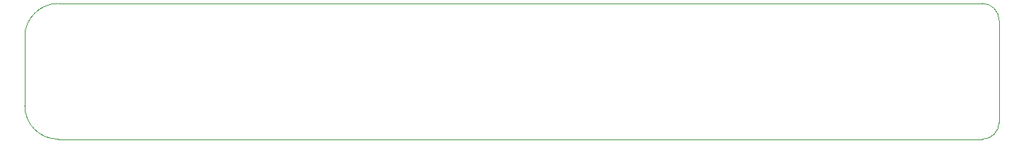
<source format=gbr>
%TF.GenerationSoftware,KiCad,Pcbnew,(6.0.1)*%
%TF.CreationDate,2022-09-16T10:26:10-07:00*%
%TF.ProjectId,8-pots-1-mux-rounded,382d706f-7473-42d3-912d-6d75782d726f,rev?*%
%TF.SameCoordinates,Original*%
%TF.FileFunction,Profile,NP*%
%FSLAX46Y46*%
G04 Gerber Fmt 4.6, Leading zero omitted, Abs format (unit mm)*
G04 Created by KiCad (PCBNEW (6.0.1)) date 2022-09-16 10:26:10*
%MOMM*%
%LPD*%
G01*
G04 APERTURE LIST*
%TA.AperFunction,Profile*%
%ADD10C,0.100000*%
%TD*%
G04 APERTURE END LIST*
D10*
X96320000Y-25679988D02*
X206640000Y-25680000D01*
X92319988Y-37990000D02*
G75*
G03*
X96320000Y-41990012I4000011J-1D01*
G01*
X206645786Y-41985786D02*
X96320000Y-41990012D01*
X208640000Y-27680000D02*
G75*
G03*
X206640000Y-25680000I-1999999J1D01*
G01*
X96320000Y-25679988D02*
G75*
G03*
X92319988Y-29680000I-1J-4000011D01*
G01*
X206645786Y-41985786D02*
G75*
G03*
X208645786Y-39985786I1J1999999D01*
G01*
X92319988Y-37990000D02*
X92319988Y-29680000D01*
X208640000Y-27680000D02*
X208645786Y-39985786D01*
M02*

</source>
